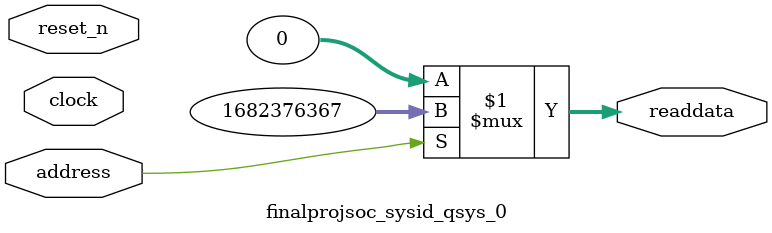
<source format=v>



// synthesis translate_off
`timescale 1ns / 1ps
// synthesis translate_on

// turn off superfluous verilog processor warnings 
// altera message_level Level1 
// altera message_off 10034 10035 10036 10037 10230 10240 10030 

module finalprojsoc_sysid_qsys_0 (
               // inputs:
                address,
                clock,
                reset_n,

               // outputs:
                readdata
             )
;

  output  [ 31: 0] readdata;
  input            address;
  input            clock;
  input            reset_n;

  wire    [ 31: 0] readdata;
  //control_slave, which is an e_avalon_slave
  assign readdata = address ? 1682376367 : 0;

endmodule



</source>
